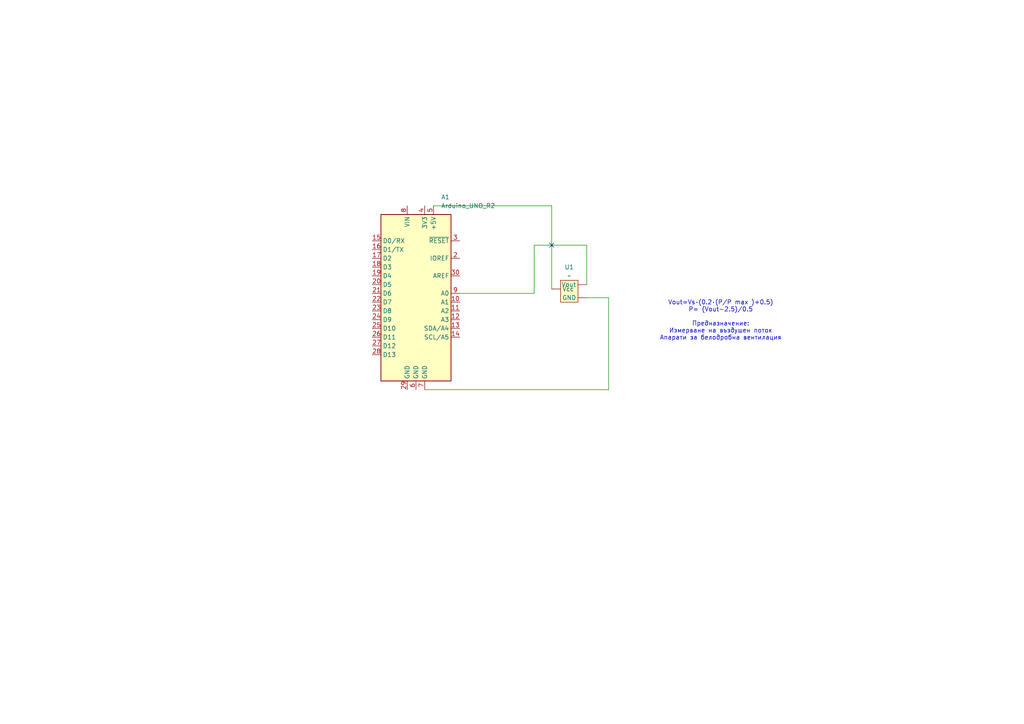
<source format=kicad_sch>
(kicad_sch
	(version 20231120)
	(generator "eeschema")
	(generator_version "8.0")
	(uuid "b51cfb27-ae1f-4704-9287-dd816af82b90")
	(paper "A4")
	(lib_symbols
		(symbol "MCU_Module:Arduino_UNO_R2"
			(exclude_from_sim no)
			(in_bom yes)
			(on_board yes)
			(property "Reference" "A"
				(at -10.16 23.495 0)
				(effects
					(font
						(size 1.27 1.27)
					)
					(justify left bottom)
				)
			)
			(property "Value" "Arduino_UNO_R2"
				(at 5.08 -26.67 0)
				(effects
					(font
						(size 1.27 1.27)
					)
					(justify left top)
				)
			)
			(property "Footprint" "Module:Arduino_UNO_R2"
				(at 0 0 0)
				(effects
					(font
						(size 1.27 1.27)
						(italic yes)
					)
					(hide yes)
				)
			)
			(property "Datasheet" "https://www.arduino.cc/en/Main/arduinoBoardUno"
				(at 0 0 0)
				(effects
					(font
						(size 1.27 1.27)
					)
					(hide yes)
				)
			)
			(property "Description" "Arduino UNO Microcontroller Module, release 2"
				(at 0 0 0)
				(effects
					(font
						(size 1.27 1.27)
					)
					(hide yes)
				)
			)
			(property "ki_keywords" "Arduino UNO R3 Microcontroller Module Atmel AVR USB"
				(at 0 0 0)
				(effects
					(font
						(size 1.27 1.27)
					)
					(hide yes)
				)
			)
			(property "ki_fp_filters" "Arduino*UNO*R2*"
				(at 0 0 0)
				(effects
					(font
						(size 1.27 1.27)
					)
					(hide yes)
				)
			)
			(symbol "Arduino_UNO_R2_0_1"
				(rectangle
					(start -10.16 22.86)
					(end 10.16 -25.4)
					(stroke
						(width 0.254)
						(type default)
					)
					(fill
						(type background)
					)
				)
			)
			(symbol "Arduino_UNO_R2_1_1"
				(pin no_connect line
					(at -10.16 -20.32 0)
					(length 2.54) hide
					(name "NC"
						(effects
							(font
								(size 1.27 1.27)
							)
						)
					)
					(number "1"
						(effects
							(font
								(size 1.27 1.27)
							)
						)
					)
				)
				(pin bidirectional line
					(at 12.7 -2.54 180)
					(length 2.54)
					(name "A1"
						(effects
							(font
								(size 1.27 1.27)
							)
						)
					)
					(number "10"
						(effects
							(font
								(size 1.27 1.27)
							)
						)
					)
				)
				(pin bidirectional line
					(at 12.7 -5.08 180)
					(length 2.54)
					(name "A2"
						(effects
							(font
								(size 1.27 1.27)
							)
						)
					)
					(number "11"
						(effects
							(font
								(size 1.27 1.27)
							)
						)
					)
				)
				(pin bidirectional line
					(at 12.7 -7.62 180)
					(length 2.54)
					(name "A3"
						(effects
							(font
								(size 1.27 1.27)
							)
						)
					)
					(number "12"
						(effects
							(font
								(size 1.27 1.27)
							)
						)
					)
				)
				(pin bidirectional line
					(at 12.7 -10.16 180)
					(length 2.54)
					(name "SDA/A4"
						(effects
							(font
								(size 1.27 1.27)
							)
						)
					)
					(number "13"
						(effects
							(font
								(size 1.27 1.27)
							)
						)
					)
				)
				(pin bidirectional line
					(at 12.7 -12.7 180)
					(length 2.54)
					(name "SCL/A5"
						(effects
							(font
								(size 1.27 1.27)
							)
						)
					)
					(number "14"
						(effects
							(font
								(size 1.27 1.27)
							)
						)
					)
				)
				(pin bidirectional line
					(at -12.7 15.24 0)
					(length 2.54)
					(name "D0/RX"
						(effects
							(font
								(size 1.27 1.27)
							)
						)
					)
					(number "15"
						(effects
							(font
								(size 1.27 1.27)
							)
						)
					)
				)
				(pin bidirectional line
					(at -12.7 12.7 0)
					(length 2.54)
					(name "D1/TX"
						(effects
							(font
								(size 1.27 1.27)
							)
						)
					)
					(number "16"
						(effects
							(font
								(size 1.27 1.27)
							)
						)
					)
				)
				(pin bidirectional line
					(at -12.7 10.16 0)
					(length 2.54)
					(name "D2"
						(effects
							(font
								(size 1.27 1.27)
							)
						)
					)
					(number "17"
						(effects
							(font
								(size 1.27 1.27)
							)
						)
					)
				)
				(pin bidirectional line
					(at -12.7 7.62 0)
					(length 2.54)
					(name "D3"
						(effects
							(font
								(size 1.27 1.27)
							)
						)
					)
					(number "18"
						(effects
							(font
								(size 1.27 1.27)
							)
						)
					)
				)
				(pin bidirectional line
					(at -12.7 5.08 0)
					(length 2.54)
					(name "D4"
						(effects
							(font
								(size 1.27 1.27)
							)
						)
					)
					(number "19"
						(effects
							(font
								(size 1.27 1.27)
							)
						)
					)
				)
				(pin output line
					(at 12.7 10.16 180)
					(length 2.54)
					(name "IOREF"
						(effects
							(font
								(size 1.27 1.27)
							)
						)
					)
					(number "2"
						(effects
							(font
								(size 1.27 1.27)
							)
						)
					)
				)
				(pin bidirectional line
					(at -12.7 2.54 0)
					(length 2.54)
					(name "D5"
						(effects
							(font
								(size 1.27 1.27)
							)
						)
					)
					(number "20"
						(effects
							(font
								(size 1.27 1.27)
							)
						)
					)
				)
				(pin bidirectional line
					(at -12.7 0 0)
					(length 2.54)
					(name "D6"
						(effects
							(font
								(size 1.27 1.27)
							)
						)
					)
					(number "21"
						(effects
							(font
								(size 1.27 1.27)
							)
						)
					)
				)
				(pin bidirectional line
					(at -12.7 -2.54 0)
					(length 2.54)
					(name "D7"
						(effects
							(font
								(size 1.27 1.27)
							)
						)
					)
					(number "22"
						(effects
							(font
								(size 1.27 1.27)
							)
						)
					)
				)
				(pin bidirectional line
					(at -12.7 -5.08 0)
					(length 2.54)
					(name "D8"
						(effects
							(font
								(size 1.27 1.27)
							)
						)
					)
					(number "23"
						(effects
							(font
								(size 1.27 1.27)
							)
						)
					)
				)
				(pin bidirectional line
					(at -12.7 -7.62 0)
					(length 2.54)
					(name "D9"
						(effects
							(font
								(size 1.27 1.27)
							)
						)
					)
					(number "24"
						(effects
							(font
								(size 1.27 1.27)
							)
						)
					)
				)
				(pin bidirectional line
					(at -12.7 -10.16 0)
					(length 2.54)
					(name "D10"
						(effects
							(font
								(size 1.27 1.27)
							)
						)
					)
					(number "25"
						(effects
							(font
								(size 1.27 1.27)
							)
						)
					)
				)
				(pin bidirectional line
					(at -12.7 -12.7 0)
					(length 2.54)
					(name "D11"
						(effects
							(font
								(size 1.27 1.27)
							)
						)
					)
					(number "26"
						(effects
							(font
								(size 1.27 1.27)
							)
						)
					)
				)
				(pin bidirectional line
					(at -12.7 -15.24 0)
					(length 2.54)
					(name "D12"
						(effects
							(font
								(size 1.27 1.27)
							)
						)
					)
					(number "27"
						(effects
							(font
								(size 1.27 1.27)
							)
						)
					)
				)
				(pin bidirectional line
					(at -12.7 -17.78 0)
					(length 2.54)
					(name "D13"
						(effects
							(font
								(size 1.27 1.27)
							)
						)
					)
					(number "28"
						(effects
							(font
								(size 1.27 1.27)
							)
						)
					)
				)
				(pin power_in line
					(at -2.54 -27.94 90)
					(length 2.54)
					(name "GND"
						(effects
							(font
								(size 1.27 1.27)
							)
						)
					)
					(number "29"
						(effects
							(font
								(size 1.27 1.27)
							)
						)
					)
				)
				(pin input line
					(at 12.7 15.24 180)
					(length 2.54)
					(name "~{RESET}"
						(effects
							(font
								(size 1.27 1.27)
							)
						)
					)
					(number "3"
						(effects
							(font
								(size 1.27 1.27)
							)
						)
					)
				)
				(pin input line
					(at 12.7 5.08 180)
					(length 2.54)
					(name "AREF"
						(effects
							(font
								(size 1.27 1.27)
							)
						)
					)
					(number "30"
						(effects
							(font
								(size 1.27 1.27)
							)
						)
					)
				)
				(pin power_out line
					(at 2.54 25.4 270)
					(length 2.54)
					(name "3V3"
						(effects
							(font
								(size 1.27 1.27)
							)
						)
					)
					(number "4"
						(effects
							(font
								(size 1.27 1.27)
							)
						)
					)
				)
				(pin power_out line
					(at 5.08 25.4 270)
					(length 2.54)
					(name "+5V"
						(effects
							(font
								(size 1.27 1.27)
							)
						)
					)
					(number "5"
						(effects
							(font
								(size 1.27 1.27)
							)
						)
					)
				)
				(pin power_in line
					(at 0 -27.94 90)
					(length 2.54)
					(name "GND"
						(effects
							(font
								(size 1.27 1.27)
							)
						)
					)
					(number "6"
						(effects
							(font
								(size 1.27 1.27)
							)
						)
					)
				)
				(pin power_in line
					(at 2.54 -27.94 90)
					(length 2.54)
					(name "GND"
						(effects
							(font
								(size 1.27 1.27)
							)
						)
					)
					(number "7"
						(effects
							(font
								(size 1.27 1.27)
							)
						)
					)
				)
				(pin power_in line
					(at -2.54 25.4 270)
					(length 2.54)
					(name "VIN"
						(effects
							(font
								(size 1.27 1.27)
							)
						)
					)
					(number "8"
						(effects
							(font
								(size 1.27 1.27)
							)
						)
					)
				)
				(pin bidirectional line
					(at 12.7 0 180)
					(length 2.54)
					(name "A0"
						(effects
							(font
								(size 1.27 1.27)
							)
						)
					)
					(number "9"
						(effects
							(font
								(size 1.27 1.27)
							)
						)
					)
				)
			)
		)
		(symbol "Sensos2_USSS:MPXV7002DP_"
			(exclude_from_sim no)
			(in_bom yes)
			(on_board yes)
			(property "Reference" "U"
				(at -8.128 -1.524 0)
				(effects
					(font
						(size 1.27 1.27)
					)
				)
			)
			(property "Value" ""
				(at -7.112 -1.778 0)
				(effects
					(font
						(size 1.27 1.27)
					)
				)
			)
			(property "Footprint" ""
				(at -7.112 -1.778 0)
				(effects
					(font
						(size 1.27 1.27)
					)
					(hide yes)
				)
			)
			(property "Datasheet" ""
				(at -7.112 -1.778 0)
				(effects
					(font
						(size 1.27 1.27)
					)
					(hide yes)
				)
			)
			(property "Description" ""
				(at -7.112 -1.778 0)
				(effects
					(font
						(size 1.27 1.27)
					)
					(hide yes)
				)
			)
			(symbol "MPXV7002DP__1_1"
				(rectangle
					(start -2.54 3.81)
					(end 2.54 -2.54)
					(stroke
						(width 0)
						(type default)
					)
					(fill
						(type background)
					)
				)
				(pin power_in line
					(at 5.08 -1.27 180)
					(length 2.54)
					(name "GND"
						(effects
							(font
								(size 1.27 1.27)
							)
						)
					)
					(number ""
						(effects
							(font
								(size 1.27 1.27)
							)
						)
					)
				)
				(pin power_in line
					(at -5.08 1.27 0)
					(length 2.54)
					(name "Vcc"
						(effects
							(font
								(size 1.27 1.27)
							)
						)
					)
					(number ""
						(effects
							(font
								(size 1.27 1.27)
							)
						)
					)
				)
				(pin output line
					(at 5.08 2.54 180)
					(length 2.54)
					(name "Vout"
						(effects
							(font
								(size 1.27 1.27)
							)
						)
					)
					(number ""
						(effects
							(font
								(size 1.27 1.27)
							)
						)
					)
				)
			)
		)
	)
	(no_connect
		(at 160.02 71.12)
		(uuid "dea98800-f926-4897-933b-2bf60e356e8e")
	)
	(wire
		(pts
			(xy 133.35 85.09) (xy 154.94 85.09)
		)
		(stroke
			(width 0)
			(type default)
		)
		(uuid "032fd921-cfd4-45cc-aeca-fd0259495d23")
	)
	(wire
		(pts
			(xy 170.18 71.12) (xy 170.18 82.55)
		)
		(stroke
			(width 0)
			(type default)
		)
		(uuid "2187703e-214c-46ee-9258-3fb6b5337f17")
	)
	(wire
		(pts
			(xy 176.53 113.03) (xy 176.53 86.36)
		)
		(stroke
			(width 0)
			(type default)
		)
		(uuid "4f99b068-480e-4634-a089-bc15de24132f")
	)
	(wire
		(pts
			(xy 154.94 85.09) (xy 154.94 71.12)
		)
		(stroke
			(width 0)
			(type default)
		)
		(uuid "65a8c041-3c10-4716-b386-2af9382ee5df")
	)
	(wire
		(pts
			(xy 154.94 71.12) (xy 170.18 71.12)
		)
		(stroke
			(width 0)
			(type default)
		)
		(uuid "8f342939-072c-4a57-b7c9-6a52498caa91")
	)
	(wire
		(pts
			(xy 160.02 59.69) (xy 160.02 83.82)
		)
		(stroke
			(width 0)
			(type default)
		)
		(uuid "9183ef4f-d43d-40ac-9868-d3d5147c598c")
	)
	(wire
		(pts
			(xy 176.53 86.36) (xy 170.18 86.36)
		)
		(stroke
			(width 0)
			(type default)
		)
		(uuid "aab9d187-1be2-4781-9ccd-67ba01715576")
	)
	(wire
		(pts
			(xy 123.19 113.03) (xy 176.53 113.03)
		)
		(stroke
			(width 0)
			(type default)
		)
		(uuid "c024d92f-863d-42be-9b1c-4ebdfde30830")
	)
	(wire
		(pts
			(xy 125.73 59.69) (xy 160.02 59.69)
		)
		(stroke
			(width 0)
			(type default)
		)
		(uuid "f8653d41-74d7-442a-8f60-c6d615e7cbe4")
	)
	(text "Vout=Vs⋅(0.2⋅(P/P max )+0.5)\nP= (Vout−2.5)/0.5\n\nПредназначение:\nИзмерване на въздушен поток\nАпарати за белодробна вентилация"
		(exclude_from_sim no)
		(at 209.042 92.964 0)
		(effects
			(font
				(size 1.27 1.27)
			)
		)
		(uuid "f1f336fa-8232-46c1-9b5d-c6687da7f717")
	)
	(symbol
		(lib_id "Sensos2_USSS:MPXV7002DP_")
		(at 165.1 85.09 0)
		(unit 1)
		(exclude_from_sim no)
		(in_bom yes)
		(on_board yes)
		(dnp no)
		(fields_autoplaced yes)
		(uuid "7aef82f7-a371-44af-9092-864d00fde957")
		(property "Reference" "U1"
			(at 165.1 77.47 0)
			(effects
				(font
					(size 1.27 1.27)
				)
			)
		)
		(property "Value" "~"
			(at 165.1 80.01 0)
			(effects
				(font
					(size 1.27 1.27)
				)
			)
		)
		(property "Footprint" ""
			(at 157.988 86.868 0)
			(effects
				(font
					(size 1.27 1.27)
				)
				(hide yes)
			)
		)
		(property "Datasheet" ""
			(at 157.988 86.868 0)
			(effects
				(font
					(size 1.27 1.27)
				)
				(hide yes)
			)
		)
		(property "Description" ""
			(at 157.988 86.868 0)
			(effects
				(font
					(size 1.27 1.27)
				)
				(hide yes)
			)
		)
		(pin ""
			(uuid "b51e3a86-6f6f-4a5e-b71c-b73e4c7f18cc")
		)
		(pin ""
			(uuid "b4c40300-13b4-4e39-a274-9502c3631fa3")
		)
		(pin ""
			(uuid "5014d88a-9a9c-4842-a741-6066ed08d498")
		)
		(instances
			(project ""
				(path "/b51cfb27-ae1f-4704-9287-dd816af82b90"
					(reference "U1")
					(unit 1)
				)
			)
		)
	)
	(symbol
		(lib_id "MCU_Module:Arduino_UNO_R2")
		(at 120.65 85.09 0)
		(unit 1)
		(exclude_from_sim no)
		(in_bom yes)
		(on_board yes)
		(dnp no)
		(fields_autoplaced yes)
		(uuid "d3c32d50-28b7-4958-b847-8b6b1e8da6bd")
		(property "Reference" "A1"
			(at 127.9241 57.15 0)
			(effects
				(font
					(size 1.27 1.27)
				)
				(justify left)
			)
		)
		(property "Value" "Arduino_UNO_R2"
			(at 127.9241 59.69 0)
			(effects
				(font
					(size 1.27 1.27)
				)
				(justify left)
			)
		)
		(property "Footprint" "Module:Arduino_UNO_R2"
			(at 120.65 85.09 0)
			(effects
				(font
					(size 1.27 1.27)
					(italic yes)
				)
				(hide yes)
			)
		)
		(property "Datasheet" "https://www.arduino.cc/en/Main/arduinoBoardUno"
			(at 120.65 85.09 0)
			(effects
				(font
					(size 1.27 1.27)
				)
				(hide yes)
			)
		)
		(property "Description" "Arduino UNO Microcontroller Module, release 2"
			(at 120.65 85.09 0)
			(effects
				(font
					(size 1.27 1.27)
				)
				(hide yes)
			)
		)
		(pin "28"
			(uuid "9a7dbe2e-30c7-40d6-b725-94f8bea5fd82")
		)
		(pin "16"
			(uuid "1e1902f6-f68e-4bbc-8458-5693a6dc4ff0")
		)
		(pin "25"
			(uuid "10abab17-a59c-47e5-81eb-ed33ca16f7d6")
		)
		(pin "11"
			(uuid "b93ed92a-e545-4841-886f-c2063f7dfc7d")
		)
		(pin "18"
			(uuid "dc2edf4b-2181-42e4-8070-40da369a1672")
		)
		(pin "19"
			(uuid "a7ca4fa3-6685-4a79-9399-3a4bdd2c45df")
		)
		(pin "2"
			(uuid "fc4a8fd3-cc1a-4280-bce8-ca8a943a40df")
		)
		(pin "20"
			(uuid "6f077e99-dec2-4287-b71f-bd6b060a806f")
		)
		(pin "22"
			(uuid "81b9b3e2-4cce-44fe-9d61-c719f30e1182")
		)
		(pin "26"
			(uuid "83fcbd76-beaf-4cde-b5fc-0d200fa04fd7")
		)
		(pin "30"
			(uuid "be11cee4-6687-41e1-8ac2-af6837daa259")
		)
		(pin "23"
			(uuid "e335bdd5-9072-47ac-b9b6-f4aa527788dc")
		)
		(pin "7"
			(uuid "2096e963-a7d0-4298-a5dd-7a8a7a10a52e")
		)
		(pin "17"
			(uuid "709c6930-5e97-44e3-b113-ad98ed119636")
		)
		(pin "4"
			(uuid "398b74e0-5d27-4cd1-8801-ed100f5e2abe")
		)
		(pin "6"
			(uuid "efe11676-052f-485b-85ff-cfe70a8f80d1")
		)
		(pin "8"
			(uuid "be861a76-848d-4ea4-a4c2-fe6afcc4626f")
		)
		(pin "13"
			(uuid "c4247ae1-e0fa-490a-8bfc-55078c257662")
		)
		(pin "3"
			(uuid "b1456e1d-3ab3-422c-8d06-1bbda9ea227c")
		)
		(pin "10"
			(uuid "09c46390-94f0-4662-ac4d-889036b2bc83")
		)
		(pin "9"
			(uuid "2645b612-6d5c-4a17-954d-009f9b50c408")
		)
		(pin "5"
			(uuid "a3ab8e66-d92b-4664-b9a2-0606fd33906e")
		)
		(pin "14"
			(uuid "60c3a21b-58e2-4260-8611-653ebd62dc3f")
		)
		(pin "1"
			(uuid "9a9c683e-24bd-46cf-8d05-78a6d0a0deab")
		)
		(pin "21"
			(uuid "f04a3a22-e710-4b03-a9e6-d883fa93f350")
		)
		(pin "12"
			(uuid "ab1a0f36-c34d-415c-bd3c-d7aa6aa8917d")
		)
		(pin "15"
			(uuid "7b54455a-46c6-414a-82f2-21028d19418f")
		)
		(pin "29"
			(uuid "9de43fd1-81e9-4db6-9058-4106d6a14fa4")
		)
		(pin "27"
			(uuid "71d30ed0-da76-4e4e-ab45-61001f217f7a")
		)
		(pin "24"
			(uuid "f19de704-5f58-421b-9f75-95e21717853d")
		)
		(instances
			(project ""
				(path "/b51cfb27-ae1f-4704-9287-dd816af82b90"
					(reference "A1")
					(unit 1)
				)
			)
		)
	)
	(sheet_instances
		(path "/"
			(page "1")
		)
	)
)

</source>
